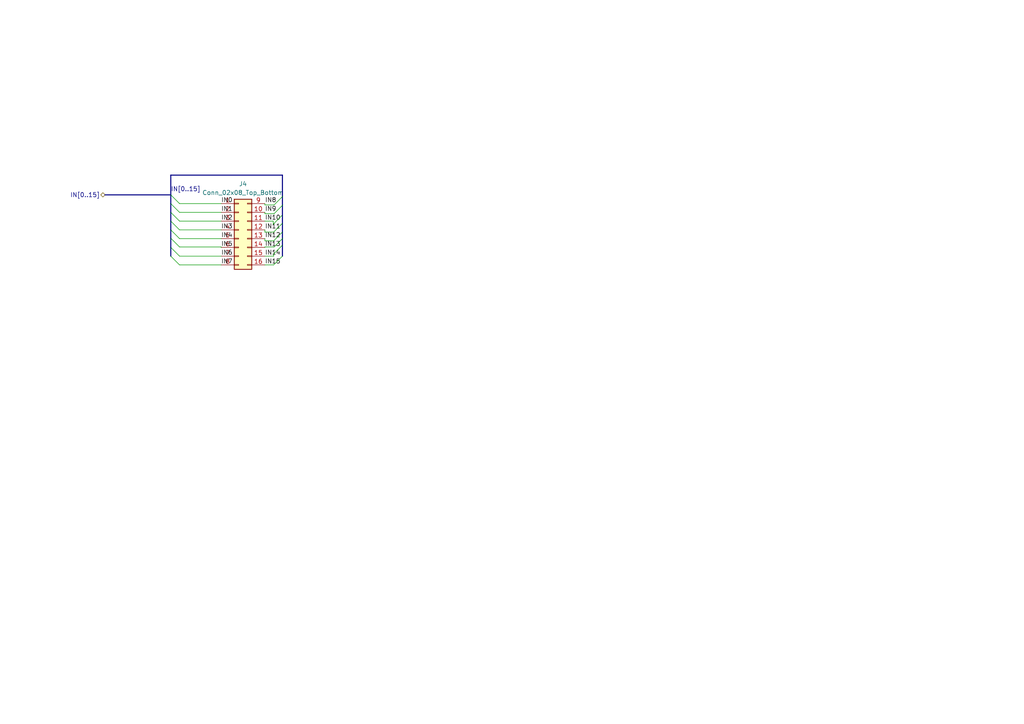
<source format=kicad_sch>
(kicad_sch (version 20231120) (generator "eeschema") (generator_version "8.0")
  (paper "A4")
  (lib_symbols
    (symbol "Connector_Generic:Conn_02x08_Top_Bottom" (pin_names (offset 1.016) hide)
      (property "Reference" "J" (at 1.27 10.16 0))
      (property "Value" "Conn_02x08_Top_Bottom" (at 1.27 -12.7 0))
      (symbol "Conn_02x08_Top_Bottom_1_1"
        (rectangle (start -1.27 -10.033) (end 0 -10.287) (stroke (width 0.1524)))
        (rectangle (start -1.27 -7.493) (end 0 -7.747) (stroke (width 0.1524)))
        (rectangle (start -1.27 -4.953) (end 0 -5.207) (stroke (width 0.1524)))
        (rectangle (start -1.27 -2.413) (end 0 -2.667) (stroke (width 0.1524)))
        (rectangle (start -1.27 0.127) (end 0 -0.127) (stroke (width 0.1524)))
        (rectangle (start -1.27 2.667) (end 0 2.413) (stroke (width 0.1524)))
        (rectangle (start -1.27 5.207) (end 0 4.953) (stroke (width 0.1524)))
        (rectangle (start -1.27 7.747) (end 0 7.493) (stroke (width 0.1524)))
        (rectangle (start -1.27 8.89) (end 3.81 -11.43) (stroke (width 0.254)) (fill (type background)))
        (rectangle (start 3.81 -10.033) (end 2.54 -10.287) (stroke (width 0.1524)))
        (rectangle (start 3.81 -7.493) (end 2.54 -7.747) (stroke (width 0.1524)))
        (rectangle (start 3.81 -4.953) (end 2.54 -5.207) (stroke (width 0.1524)))
        (rectangle (start 3.81 -2.413) (end 2.54 -2.667) (stroke (width 0.1524)))
        (rectangle (start 3.81 0.127) (end 2.54 -0.127) (stroke (width 0.1524)))
        (rectangle (start 3.81 2.667) (end 2.54 2.413) (stroke (width 0.1524)))
        (rectangle (start 3.81 5.207) (end 2.54 4.953) (stroke (width 0.1524)))
        (rectangle (start 3.81 7.747) (end 2.54 7.493) (stroke (width 0.1524)))
        (pin passive line (at -5.08 7.62 0) (length 3.81) (name "Pin_1") (number "1"))
        (pin passive line (at 7.62 5.08 180) (length 3.81) (name "Pin_10") (number "10"))
        (pin passive line (at 7.62 2.54 180) (length 3.81) (name "Pin_11") (number "11"))
        (pin passive line (at 7.62 0 180) (length 3.81) (name "Pin_12") (number "12"))
        (pin passive line (at 7.62 -2.54 180) (length 3.81) (name "Pin_13") (number "13"))
        (pin passive line (at 7.62 -5.08 180) (length 3.81) (name "Pin_14") (number "14"))
        (pin passive line (at 7.62 -7.62 180) (length 3.81) (name "Pin_15") (number "15"))
        (pin passive line (at 7.62 -10.16 180) (length 3.81) (name "Pin_16") (number "16"))
        (pin passive line (at -5.08 5.08 0) (length 3.81) (name "Pin_2") (number "2"))
        (pin passive line (at -5.08 2.54 0) (length 3.81) (name "Pin_3") (number "3"))
        (pin passive line (at -5.08 0 0) (length 3.81) (name "Pin_4") (number "4"))
        (pin passive line (at -5.08 -2.54 0) (length 3.81) (name "Pin_5") (number "5"))
        (pin passive line (at -5.08 -5.08 0) (length 3.81) (name "Pin_6") (number "6"))
        (pin passive line (at -5.08 -7.62 0) (length 3.81) (name "Pin_7") (number "7"))
        (pin passive line (at -5.08 -10.16 0) (length 3.81) (name "Pin_8") (number "8"))
        (pin passive line (at 7.62 7.62 180) (length 3.81) (name "Pin_9") (number "9"))
      )
    )
  )
  (bus_entry (at 81.788 62.484) (size -2.54 2.54))
  (bus_entry (at 82.042 59.436) (size -2.54 2.54))
  (bus_entry (at 81.915 64.77) (size -2.54 2.54))
  (bus_entry (at 49.53 56.515) (size 2.54 2.54))
  (bus_entry (at 81.915 71.12) (size -2.54 2.54))
  (bus_entry (at 49.53 64.135) (size 2.54 2.54))
  (bus_entry (at 49.53 61.595) (size 2.54 2.54))
  (bus_entry (at 49.53 71.755) (size 2.54 2.54))
  (bus_entry (at 82.042 56.896) (size -2.54 2.54))
  (bus_entry (at 81.915 67.31) (size -2.54 2.54))
  (bus_entry (at 49.53 66.675) (size 2.54 2.54))
  (bus_entry (at 49.53 59.055) (size 2.54 2.54))
  (bus_entry (at 49.53 69.088) (size 2.54 2.54))
  (bus_entry (at 49.53 74.295) (size 2.54 2.54))
  (bus_entry (at 81.915 74.295) (size -2.54 2.54))
  (bus_entry (at 82.042 69.088) (size -2.54 2.54))
  (wire (pts (xy 79.502 71.628) (xy 76.835 71.628)))
  (bus (pts (xy 49.53 61.595) (xy 49.53 64.135)))
  (wire (pts (xy 76.835 71.628) (xy 76.835 71.755)))
  (bus (pts (xy 49.53 56.515) (xy 49.53 59.055)))
  (bus (pts (xy 49.53 50.8) (xy 49.53 56.515)))
  (wire (pts (xy 79.375 74.295) (xy 76.835 74.295)))
  (wire (pts (xy 76.835 67.31) (xy 76.835 66.675)))
  (wire (pts (xy 52.07 69.215) (xy 64.135 69.215)))
  (wire (pts (xy 79.375 67.31) (xy 76.835 67.31)))
  (bus (pts (xy 49.53 66.675) (xy 49.53 69.088)))
  (bus (pts (xy 81.915 50.8) (xy 81.915 64.77)))
  (wire (pts (xy 76.835 61.976) (xy 76.835 61.595)))
  (wire (pts (xy 76.835 59.436) (xy 76.835 59.055)))
  (wire (pts (xy 79.375 73.66) (xy 79.375 74.295)))
  (bus (pts (xy 30.48 56.515) (xy 49.53 56.515)))
  (wire (pts (xy 52.07 74.295) (xy 64.135 74.295)))
  (wire (pts (xy 52.07 71.628) (xy 64.135 71.628)))
  (wire (pts (xy 52.07 64.135) (xy 64.135 64.135)))
  (wire (pts (xy 76.835 69.85) (xy 76.835 69.215)))
  (wire (pts (xy 52.07 66.675) (xy 64.135 66.675)))
  (wire (pts (xy 79.248 65.024) (xy 79.248 64.135)))
  (wire (pts (xy 79.248 64.135) (xy 76.835 64.135)))
  (bus (pts (xy 49.53 71.755) (xy 49.53 74.295)))
  (bus (pts (xy 49.53 69.088) (xy 49.53 71.755)))
  (wire (pts (xy 79.502 59.436) (xy 76.835 59.436)))
  (wire (pts (xy 52.07 59.055) (xy 64.135 59.055)))
  (wire (pts (xy 79.502 61.976) (xy 76.835 61.976)))
  (bus (pts (xy 49.53 50.8) (xy 81.915 50.8)))
  (wire (pts (xy 76.835 76.835) (xy 79.375 76.835)))
  (bus (pts (xy 49.53 59.055) (xy 49.53 61.595)))
  (bus (pts (xy 49.53 64.135) (xy 49.53 66.675)))
  (bus (pts (xy 81.915 67.31) (xy 81.915 71.12)))
  (wire (pts (xy 52.07 76.835) (xy 64.135 76.835)))
  (wire (pts (xy 64.135 71.628) (xy 64.135 71.755)))
  (wire (pts (xy 52.07 61.595) (xy 64.135 61.595)))
  (bus (pts (xy 81.915 64.77) (xy 81.915 67.31)))
  (wire (pts (xy 79.375 69.85) (xy 76.835 69.85)))
  (bus (pts (xy 81.915 71.12) (xy 81.915 74.295)))
  (label "IN9" (at 76.835 61.595 0))
  (label "IN5" (at 64.135 71.755 0))
  (label "IN1" (at 64.135 61.595 0))
  (label "IN6" (at 64.135 74.295 0))
  (label "IN2" (at 64.135 64.135 0))
  (label "IN11" (at 76.835 66.675 0))
  (label "IN13" (at 76.835 71.755 0))
  (label "IN0" (at 64.135 59.055 0))
  (label "IN14" (at 76.835 74.295 0))
  (label "IN15" (at 76.835 76.835 0))
  (label "IN12" (at 76.835 69.215 0))
  (label "IN[0..15]" (at 49.53 55.88 0))
  (label "IN7" (at 64.135 76.835 0))
  (label "IN3" (at 64.135 66.675 0))
  (label "IN8" (at 76.835 59.055 0))
  (label "IN10" (at 76.835 64.135 0))
  (label "IN4" (at 64.135 69.215 0))
  (hierarchical_label "IN[0..15]" (shape tri_state) (at 30.48 56.515 180))
  (symbol (lib_id "Connector_Generic:Conn_02x08_Top_Bottom") (at 69.215 66.675 0) (unit 1)
    (property "Reference" "J4" (at 70.485 53.34 0))
    (property "Value" "Conn_02x08_Top_Bottom" (at 70.485 55.88 0))
    (property "Footprint" "Connector_PinHeader_2.54mm:PinHeader_2x08_P2.54mm_Vertical" (effects (hide yes)))
    (property "Description" "Generic connector, double row, 02x08, top/bottom pin numbering scheme (row 1: 1...pins_per_row, row2: pins_per_row+1 ... num_pins), script generated (kicad-library-utils/schlib/autogen/connector/)" (effects (hide yes)))
    (instances (project "" (path "" (reference "J4") (unit 1)) (path "" (reference "J2") (unit 1)) (path "" (reference "J5") (unit 1)) (path "" (reference "J3") (unit 1))) (project "" (path "" (reference "J4") (unit 1))))
  )
)
</source>
